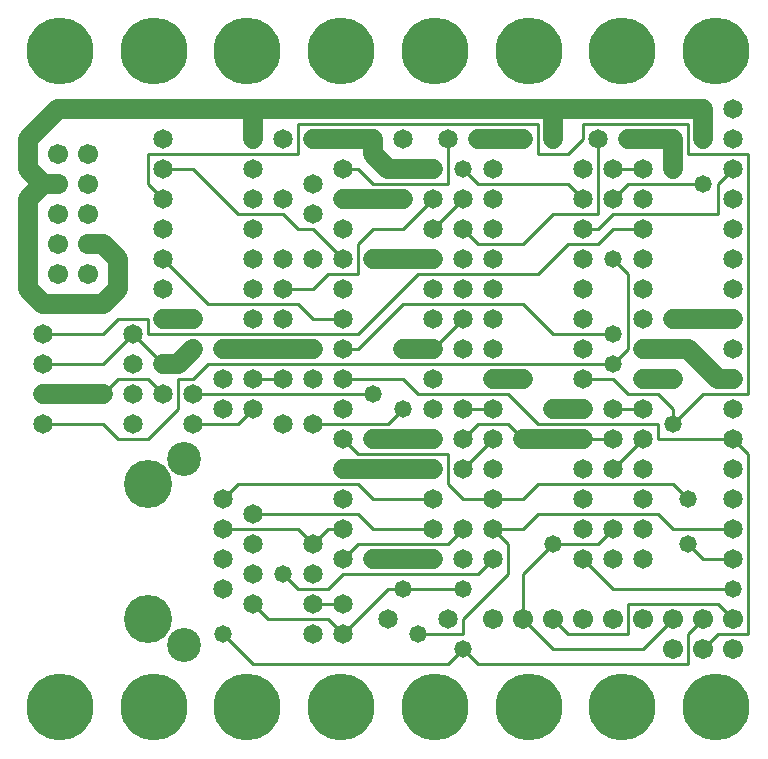
<source format=gbl>
%MOIN*%
%FSLAX25Y25*%
G04 D10 used for Character Trace; *
G04     Circle (OD=.01000) (No hole)*
G04 D11 used for Power Trace; *
G04     Circle (OD=.06500) (No hole)*
G04 D12 used for Signal Trace; *
G04     Circle (OD=.01100) (No hole)*
G04 D13 used for Via; *
G04     Circle (OD=.05800) (Round. Hole ID=.02800)*
G04 D14 used for Component hole; *
G04     Circle (OD=.06500) (Round. Hole ID=.03500)*
G04 D15 used for Component hole; *
G04     Circle (OD=.06700) (Round. Hole ID=.04300)*
G04 D16 used for Component hole; *
G04     Circle (OD=.08100) (Round. Hole ID=.05100)*
G04 D17 used for Component hole; *
G04     Circle (OD=.08900) (Round. Hole ID=.05900)*
G04 D18 used for Component hole; *
G04     Circle (OD=.11300) (Round. Hole ID=.08300)*
G04 D19 used for Component hole; *
G04     Circle (OD=.16000) (Round. Hole ID=.13000)*
G04 D20 used for Component hole; *
G04     Circle (OD=.18300) (Round. Hole ID=.15300)*
G04 D21 used for Component hole; *
G04     Circle (OD=.22291) (Round. Hole ID=.19291)*
%ADD10C,.01000*%
%ADD11C,.06500*%
%ADD12C,.01100*%
%ADD13C,.05800*%
%ADD14C,.06500*%
%ADD15C,.06700*%
%ADD16C,.08100*%
%ADD17C,.08900*%
%ADD18C,.11300*%
%ADD19C,.16000*%
%ADD20C,.18300*%
%ADD21C,.22291*%
%IPPOS*%
%LPD*%
G90*X0Y0D02*D21*X15625Y15625D03*D19*              
X45000Y45000D03*D21*X46875Y15625D03*D18*          
X57000Y36500D03*D13*X70000Y40000D03*D12*          
X80000Y30000D01*X145000D01*X150000Y35000D01*D13*  
D03*D12*X155000Y30000D01*X225000D01*Y40000D01*    
X230000Y45000D01*D15*D03*D12*Y35000D02*           
X235000Y40000D01*D15*X230000Y35000D03*D12*        
X235000Y40000D02*X245000D01*Y100000D01*           
X240000Y105000D01*D14*D03*D12*X215000D01*         
Y110000D01*X175000D01*X165000Y120000D01*          
X135000D01*X130000Y125000D01*X110000D01*D14*D03*  
D13*X100000Y135000D03*D11*X70000D01*D14*D03*D12*  
X60000Y125000D02*X65000Y130000D01*                
X55000Y125000D02*X60000D01*X55000Y115000D02*      
Y125000D01*X45000Y105000D02*X55000Y115000D01*     
X35000Y105000D02*X45000D01*X35000D02*             
X30000Y110000D01*X10000D01*D14*D03*Y120000D03*D11*
X30000D01*D13*D03*D12*X35000Y125000D01*X45000D01* 
X50000Y120000D01*D14*D03*X60000Y110000D03*D12*    
X75000D01*X80000Y115000D01*D14*D03*               
X90000Y125000D03*D12*X80000D01*D14*D03*           
X70000Y115000D03*Y125000D03*D12*X65000Y130000D02* 
X200000D01*D13*D03*D12*X205000Y135000D01*         
Y160000D01*X200000Y165000D01*D13*D03*D12*         
X185000Y170000D02*X195000D01*X175000Y160000D02*   
X185000Y170000D01*X135000Y160000D02*X175000D01*   
X115000Y140000D02*X135000Y160000D01*              
X45000Y140000D02*X115000D01*X45000D02*Y145000D01* 
X35000D01*X30000Y140000D01*X10000D01*D14*D03*D11* 
Y150000D02*X30000D01*D13*D03*D11*X35000Y155000D01*
Y165000D01*X30000Y170000D01*X25000D01*D15*D03*    
X15000Y180000D03*Y160000D03*X25000Y180000D03*     
X15000Y170000D03*X25000Y160000D03*D12*            
X50000Y185000D02*X45000Y190000D01*D14*            
X50000Y185000D03*D12*X45000Y190000D02*Y200000D01* 
X95000D01*Y210000D01*X175000D01*Y200000D01*       
X185000D01*X190000Y205000D01*Y210000D01*          
X225000D01*Y200000D01*X245000D01*Y120000D01*      
X230000D01*X220000Y110000D01*D13*D03*D12*         
Y115000D01*X215000Y120000D01*X205000D01*          
X200000Y125000D01*X190000D01*D14*D03*             
X200000Y115000D03*D12*X210000D01*D14*D03*D13*     
X220000Y125000D03*D11*X210000D01*D14*D03*         
Y135000D03*D11*X225000D01*X235000Y125000D01*      
X240000D01*D14*D03*Y135000D03*Y115000D03*D13*     
X220000Y145000D03*D11*X240000D01*D14*D03*         
Y155000D03*Y165000D03*X210000Y175000D03*D12*      
X200000D01*X195000Y170000D01*D14*                 
X190000Y175000D03*D12*X195000D01*                 
X200000Y180000D01*X235000D01*Y190000D01*          
X240000Y195000D01*D14*D03*X230000Y205000D03*D11*  
Y215000D01*X180000D01*Y205000D01*D14*D03*         
X190000Y195000D03*D11*X80000Y215000D02*X180000D01*
X80000Y205000D02*Y215000D01*D14*Y205000D03*       
X90000D03*D11*X15000Y215000D02*X80000D01*         
X5000Y205000D02*X15000Y215000D01*X5000Y195000D02* 
Y205000D01*X10000Y190000D02*X5000Y195000D01*      
Y185000D02*X10000Y190000D01*X5000Y155000D02*      
Y185000D01*X10000Y150000D02*X5000Y155000D01*D12*  
X10000Y130000D02*X30000D01*D14*X10000D03*D12*     
X30000D02*X40000Y140000D01*D14*D03*D12*           
X50000Y130000D01*D14*D03*D11*X55000D01*           
X60000Y135000D01*D14*D03*X50000Y145000D03*D11*    
X60000D01*D13*D03*D12*X65000Y150000D02*X95000D01* 
X100000Y145000D01*X110000D01*D14*D03*D12*         
X90000Y155000D02*X100000D01*D14*X90000D03*        
X100000Y165000D03*X80000D03*Y145000D03*D12*       
X100000Y155000D02*X105000Y160000D01*X115000D01*   
Y170000D01*X120000Y175000D01*X130000D01*          
X140000Y185000D01*D14*D03*D12*X120000Y190000D02*  
X145000D01*X120000D02*X115000Y195000D01*          
X110000D01*D14*D03*X120000Y205000D03*D11*         
Y200000D01*X125000Y195000D01*X140000D01*D14*D03*  
D12*X145000Y190000D02*Y205000D01*D14*D03*         
X155000D03*D11*X170000D01*D14*D03*                
X160000Y195000D03*D12*X190000Y185000D02*          
X185000Y190000D01*D14*X190000Y185000D03*D12*      
X180000Y180000D02*X195000D01*X170000Y170000D02*   
X180000Y180000D01*X155000Y170000D02*X170000D01*   
X155000D02*X150000Y175000D01*D14*D03*             
X160000Y165000D03*Y185000D03*X140000Y165000D03*   
D11*X120000D01*D13*D03*D14*X110000Y175000D03*     
Y155000D03*Y165000D03*D12*X100000Y175000D01*      
X95000D01*X90000Y180000D01*X75000D01*             
X60000Y195000D01*X50000D01*D14*D03*Y205000D03*    
Y175000D03*D15*X25000Y200000D03*Y190000D03*D14*   
X80000Y175000D03*Y185000D03*Y195000D03*           
X50000Y165000D03*D12*X65000Y150000D01*D14*        
X50000Y155000D03*X80000D03*X90000Y145000D03*      
Y165000D03*X40000Y130000D03*Y120000D03*X60000D03* 
D12*X120000D01*D13*D03*X130000Y115000D03*D12*     
X125000Y110000D01*X100000D01*D14*D03*             
X110000Y105000D03*D12*X115000Y100000D01*          
X145000D01*Y90000D01*X150000Y85000D01*X160000D01* 
D14*D03*D12*X170000D01*X175000Y90000D01*          
X220000D01*X225000Y85000D01*D13*D03*D12*          
X220000Y75000D02*X240000D01*D14*D03*D12*          
X230000Y65000D02*X240000D01*D14*D03*D12*          
X230000D02*X225000Y70000D01*D13*D03*D12*          
X220000Y75000D02*X215000Y80000D01*X175000D01*     
X170000Y75000D01*X160000D01*D14*D03*D12*          
X165000Y70000D01*Y60000D01*X150000Y45000D01*      
Y40000D01*X135000D01*D13*D03*D14*X125000Y45000D03*
X145000D03*D13*X150000Y55000D03*D12*X130000D01*   
D13*D03*D12*X125000D01*X110000Y40000D01*D14*D03*  
D12*X105000Y45000D01*X85000D01*X80000Y50000D01*   
D14*D03*D13*X90000Y60000D03*D12*X95000Y55000D01*  
X105000D01*X110000Y60000D01*X155000D01*           
X160000Y65000D01*D14*D03*X150000Y75000D03*D12*    
X145000Y70000D01*X115000D01*X110000Y65000D01*D14* 
D03*D12*X120000Y75000D02*X140000D01*D14*D03*      
X150000Y65000D03*X140000Y85000D03*D12*X120000D01* 
X115000Y90000D01*X75000D01*X70000Y85000D01*D14*   
D03*X80000Y80000D03*D12*X115000D01*               
X120000Y75000D01*D14*X110000Y85000D03*Y75000D03*  
D12*X105000D01*X100000Y70000D01*D14*D03*D12*      
X95000Y75000D01*X70000D01*D14*D03*X80000Y70000D03*
X70000Y65000D03*X80000Y60000D03*X70000Y55000D03*  
D19*X45000Y90000D03*D18*X57000Y98500D03*D14*      
X100000Y50000D03*D12*X110000D01*D14*D03*          
X100000Y60000D03*Y40000D03*D13*X120000Y65000D03*  
D11*X140000D01*D14*D03*D15*X160000Y45000D03*D14*  
X110000Y95000D03*D11*X130000D01*D13*D03*D11*      
X140000D01*D14*D03*X150000Y105000D03*D12*         
X155000Y110000D01*X165000D01*X170000Y105000D01*   
D13*D03*D11*X190000D01*D14*D03*D12*X200000D01*D14*
D03*X210000Y95000D03*X190000Y115000D03*D11*       
X180000D01*D13*D03*X170000Y125000D03*D11*         
X160000D01*D14*D03*X150000Y135000D03*Y115000D03*  
D12*X160000D01*D14*D03*Y105000D03*D12*            
X150000Y95000D01*D14*D03*X140000Y105000D03*D11*   
X120000D01*D13*D03*D14*X110000Y115000D03*         
X140000Y125000D03*X100000D03*X140000Y115000D03*   
Y135000D03*D11*X130000D01*D13*D03*D14*            
X140000Y145000D03*D12*Y135000D02*                 
X150000Y145000D01*D14*D03*X160000Y135000D03*      
Y155000D03*X140000D03*X160000Y145000D03*          
X150000Y155000D03*D12*X115000Y135000D02*          
X130000Y150000D01*X110000Y135000D02*X115000D01*   
D14*X110000D03*D12*X130000Y150000D02*X170000D01*  
X180000Y140000D01*X200000D01*D13*D03*D14*         
X190000Y145000D03*X210000D03*X190000Y135000D03*   
X210000Y155000D03*X190000D03*X210000Y165000D03*   
X190000D03*X210000Y105000D03*D12*X200000Y95000D01*
D14*D03*X210000Y85000D03*X190000D03*Y95000D03*    
Y75000D03*X200000D03*D12*X195000Y70000D01*        
X180000D01*D13*D03*D12*X170000Y60000D01*Y45000D01*
D15*D03*D12*X180000Y35000D01*X210000D01*          
X220000Y45000D01*D15*D03*X210000D03*              
X220000Y35000D03*D12*X205000Y40000D02*Y50000D01*  
X185000Y40000D02*X205000D01*X185000D02*           
X180000Y45000D01*D15*D03*X190000D03*D14*          
X200000Y65000D03*X190000D03*D12*X200000Y55000D01* 
X240000D01*D13*D03*D12*Y45000D02*X235000Y50000D01*
D15*X240000Y45000D03*D12*X205000Y50000D02*        
X235000D01*D15*X200000Y45000D03*D14*              
X210000Y65000D03*Y75000D03*X240000Y85000D03*D21*  
X171875Y15625D03*D15*X240000Y35000D03*D21*        
X203125Y15625D03*X234375D03*D14*X160000Y95000D03* 
X240000D03*D21*X140625Y15625D03*X109375D03*D14*   
X90000Y110000D03*X150000Y165000D03*               
X240000Y175000D03*D21*X78125Y15625D03*D14*        
X160000Y175000D03*X140000D03*D12*                 
X150000Y185000D01*D14*D03*D12*X155000Y190000D02*  
X185000D01*X195000Y180000D02*Y205000D01*D14*D03*  
X205000D03*D11*X220000D01*D14*D03*D11*Y195000D01* 
D13*D03*D14*X210000Y185000D03*D13*                
X230000Y190000D03*D12*X205000D01*                 
X200000Y185000D01*D14*D03*X210000Y195000D03*D12*  
X200000D01*D14*D03*D21*X234375Y234375D03*D14*     
X240000Y185000D03*D21*X203125Y234375D03*D14*      
X240000Y205000D03*Y215000D03*D21*                 
X171875Y234375D03*D12*X155000Y190000D02*          
X150000Y195000D01*D13*D03*D14*X130000Y205000D03*  
D13*Y185000D03*D11*X110000D01*D14*D03*            
X100000Y190000D03*Y180000D03*D11*Y205000D02*      
X120000D01*D14*X100000D03*X90000Y185000D03*D21*   
X109375Y234375D03*X78125D03*X140625D03*X46875D03* 
X15625D03*D15*X15000Y200000D03*Y190000D03*D11*    
X10000D01*D14*X40000Y110000D03*M02*               

</source>
